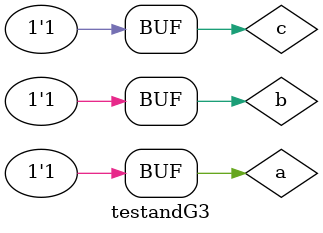
<source format=v>

module andG2(output s,
input x,
input y);
assign s = x&y;

endmodule

module andG3(output s, input p, input q, input r);
wire s1;

andG2 AND1(s1, p, q);
andG2 AND2(s, r, s1);

endmodule

module testandG3;
reg a,b,c;
wire s;

andG3 AND3(s, a, b, c);
initial begin:start
a=0;
end


initial begin:main
$display("Bernardo MP Olimpio - 451542"); 
$display("Test AND 3 entradas versao 2");
a=0;b=0;c=0;
$monitor("%b & %b & %b = %b", a, b, c, s); 
#1 a=0; b=0; c=0; 
#1 a=0; b=0; c=1;
#1 a=0; b=1; c=0;
#1 a=0; b=1; c=1;
#1 a=1; b=0; c=0; 
#1 a=1; b=0; c=1;
#1 a=1; b=1; c=0;
#1 a=1; b=1; c=1;
end
endmodule  

</source>
